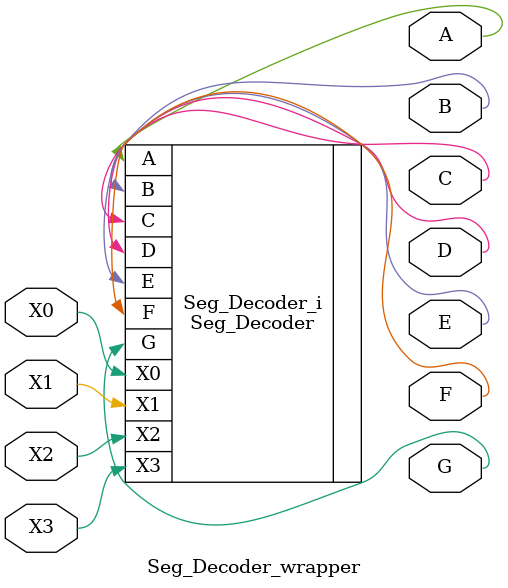
<source format=v>
`timescale 1 ps / 1 ps

module Seg_Decoder_wrapper
   (A,
    B,
    C,
    D,
    E,
    F,
    G,
    X0,
    X1,
    X2,
    X3);
  output A;
  output B;
  output C;
  output D;
  output E;
  output F;
  output G;
  input X0;
  input X1;
  input X2;
  input X3;

  wire A;
  wire B;
  wire C;
  wire D;
  wire E;
  wire F;
  wire G;
  wire X0;
  wire X1;
  wire X2;
  wire X3;

  Seg_Decoder Seg_Decoder_i
       (.A(A),
        .B(B),
        .C(C),
        .D(D),
        .E(E),
        .F(F),
        .G(G),
        .X0(X0),
        .X1(X1),
        .X2(X2),
        .X3(X3));
endmodule

</source>
